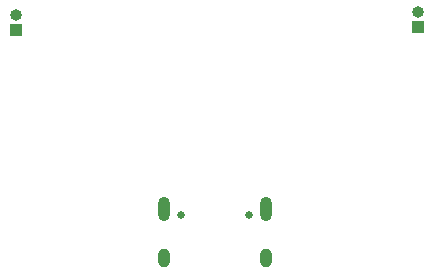
<source format=gbs>
%TF.GenerationSoftware,KiCad,Pcbnew,7.0.6*%
%TF.CreationDate,2023-09-04T13:51:19+12:00*%
%TF.ProjectId,GBA_lipo,4742415f-6c69-4706-9f2e-6b696361645f,rev?*%
%TF.SameCoordinates,Original*%
%TF.FileFunction,Soldermask,Bot*%
%TF.FilePolarity,Negative*%
%FSLAX46Y46*%
G04 Gerber Fmt 4.6, Leading zero omitted, Abs format (unit mm)*
G04 Created by KiCad (PCBNEW 7.0.6) date 2023-09-04 13:51:19*
%MOMM*%
%LPD*%
G01*
G04 APERTURE LIST*
%ADD10R,1.000000X1.000000*%
%ADD11O,1.000000X1.000000*%
%ADD12C,0.650000*%
%ADD13O,1.000000X1.600000*%
%ADD14O,1.000000X2.100000*%
G04 APERTURE END LIST*
D10*
X117200000Y-120210000D03*
D11*
X117200000Y-118940000D03*
D12*
X102890000Y-136090000D03*
X97110000Y-136090000D03*
D13*
X95680000Y-139740000D03*
X104320000Y-139740000D03*
D14*
X104320000Y-135560000D03*
X95680000Y-135560000D03*
D10*
X83200000Y-120410000D03*
D11*
X83200000Y-119140000D03*
M02*

</source>
